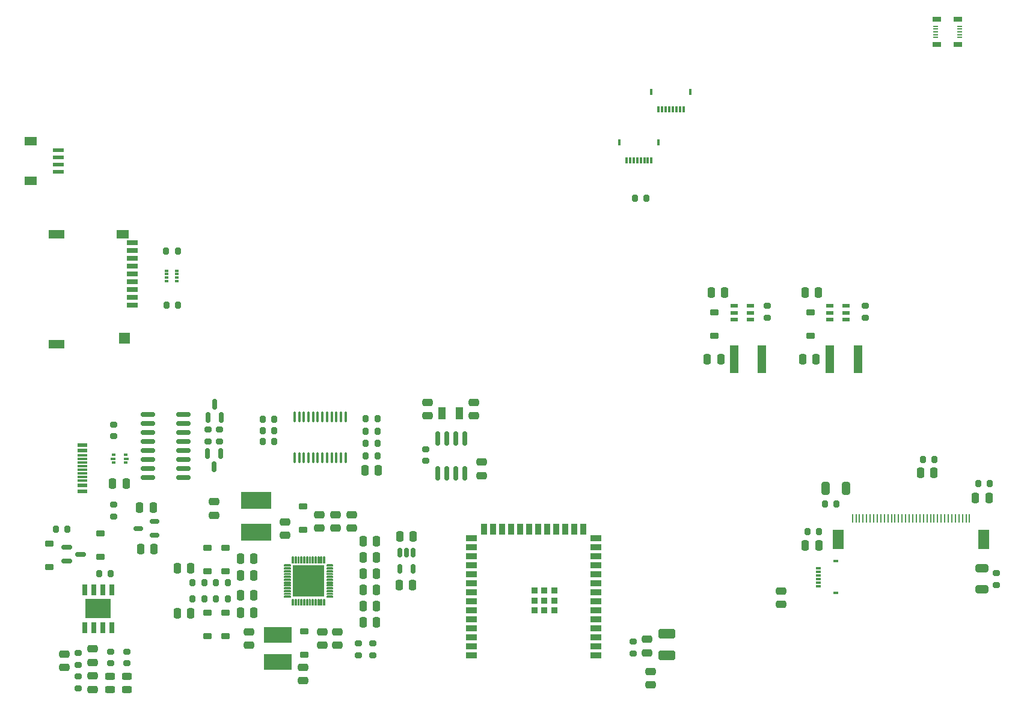
<source format=gtp>
G04 #@! TF.GenerationSoftware,KiCad,Pcbnew,7.0.9-7.0.9~ubuntu22.04.1*
G04 #@! TF.CreationDate,2024-04-13T14:40:37+02:00*
G04 #@! TF.ProjectId,v7-kaleido,76372d6b-616c-4656-9964-6f2e6b696361,1.1*
G04 #@! TF.SameCoordinates,Original*
G04 #@! TF.FileFunction,Paste,Top*
G04 #@! TF.FilePolarity,Positive*
%FSLAX46Y46*%
G04 Gerber Fmt 4.6, Leading zero omitted, Abs format (unit mm)*
G04 Created by KiCad (PCBNEW 7.0.9-7.0.9~ubuntu22.04.1) date 2024-04-13 14:40:37*
%MOMM*%
%LPD*%
G01*
G04 APERTURE LIST*
G04 Aperture macros list*
%AMRoundRect*
0 Rectangle with rounded corners*
0 $1 Rounding radius*
0 $2 $3 $4 $5 $6 $7 $8 $9 X,Y pos of 4 corners*
0 Add a 4 corners polygon primitive as box body*
4,1,4,$2,$3,$4,$5,$6,$7,$8,$9,$2,$3,0*
0 Add four circle primitives for the rounded corners*
1,1,$1+$1,$2,$3*
1,1,$1+$1,$4,$5*
1,1,$1+$1,$6,$7*
1,1,$1+$1,$8,$9*
0 Add four rect primitives between the rounded corners*
20,1,$1+$1,$2,$3,$4,$5,0*
20,1,$1+$1,$4,$5,$6,$7,0*
20,1,$1+$1,$6,$7,$8,$9,0*
20,1,$1+$1,$8,$9,$2,$3,0*%
G04 Aperture macros list end*
%ADD10C,0.152400*%
%ADD11RoundRect,0.200000X-0.200000X-0.275000X0.200000X-0.275000X0.200000X0.275000X-0.200000X0.275000X0*%
%ADD12RoundRect,0.150000X0.150000X-0.587500X0.150000X0.587500X-0.150000X0.587500X-0.150000X-0.587500X0*%
%ADD13RoundRect,0.200000X-0.275000X0.200000X-0.275000X-0.200000X0.275000X-0.200000X0.275000X0.200000X0*%
%ADD14RoundRect,0.200000X0.275000X-0.200000X0.275000X0.200000X-0.275000X0.200000X-0.275000X-0.200000X0*%
%ADD15RoundRect,0.150000X-0.150000X0.587500X-0.150000X-0.587500X0.150000X-0.587500X0.150000X0.587500X0*%
%ADD16RoundRect,0.250000X0.250000X0.475000X-0.250000X0.475000X-0.250000X-0.475000X0.250000X-0.475000X0*%
%ADD17RoundRect,0.250000X-0.475000X0.250000X-0.475000X-0.250000X0.475000X-0.250000X0.475000X0.250000X0*%
%ADD18RoundRect,0.243750X-0.456250X0.243750X-0.456250X-0.243750X0.456250X-0.243750X0.456250X0.243750X0*%
%ADD19RoundRect,0.250000X0.475000X-0.250000X0.475000X0.250000X-0.475000X0.250000X-0.475000X-0.250000X0*%
%ADD20RoundRect,0.250000X0.650000X-0.325000X0.650000X0.325000X-0.650000X0.325000X-0.650000X-0.325000X0*%
%ADD21RoundRect,0.250000X-0.250000X-0.475000X0.250000X-0.475000X0.250000X0.475000X-0.250000X0.475000X0*%
%ADD22RoundRect,0.250000X-0.325000X-0.650000X0.325000X-0.650000X0.325000X0.650000X-0.325000X0.650000X0*%
%ADD23RoundRect,0.200000X0.200000X0.275000X-0.200000X0.275000X-0.200000X-0.275000X0.200000X-0.275000X0*%
%ADD24RoundRect,0.100000X-0.100000X0.637500X-0.100000X-0.637500X0.100000X-0.637500X0.100000X0.637500X0*%
%ADD25RoundRect,0.250000X0.925000X-0.412500X0.925000X0.412500X-0.925000X0.412500X-0.925000X-0.412500X0*%
%ADD26R,3.900000X2.200000*%
%ADD27R,4.200000X2.400000*%
%ADD28R,0.850000X0.200000*%
%ADD29R,0.200000X0.850000*%
%ADD30R,4.399999X4.399999*%
%ADD31RoundRect,0.225000X-0.375000X0.225000X-0.375000X-0.225000X0.375000X-0.225000X0.375000X0.225000X0*%
%ADD32RoundRect,0.225000X0.375000X-0.225000X0.375000X0.225000X-0.375000X0.225000X-0.375000X-0.225000X0*%
%ADD33R,0.650000X1.500000*%
%ADD34R,3.600000X2.700000*%
%ADD35R,0.800000X0.230000*%
%ADD36R,1.200000X0.700000*%
%ADD37RoundRect,0.150000X0.512500X0.150000X-0.512500X0.150000X-0.512500X-0.150000X0.512500X-0.150000X0*%
%ADD38R,0.500000X0.375000*%
%ADD39R,0.650000X0.300000*%
%ADD40R,1.257300X4.013200*%
%ADD41R,1.600000X2.800000*%
%ADD42R,0.250000X1.300000*%
%ADD43RoundRect,0.150000X-0.587500X-0.150000X0.587500X-0.150000X0.587500X0.150000X-0.587500X0.150000X0*%
%ADD44R,1.070000X0.530000*%
%ADD45R,0.355600X0.838200*%
%ADD46R,0.406400X0.838200*%
%ADD47RoundRect,0.150000X-0.150000X0.825000X-0.150000X-0.825000X0.150000X-0.825000X0.150000X0.825000X0*%
%ADD48R,0.800000X0.300000*%
%ADD49R,0.800000X0.400000*%
%ADD50RoundRect,0.150000X-0.150000X0.512500X-0.150000X-0.512500X0.150000X-0.512500X0.150000X0.512500X0*%
%ADD51R,1.550000X0.600000*%
%ADD52R,1.800000X1.200000*%
%ADD53R,1.500000X0.900000*%
%ADD54R,0.900000X1.500000*%
%ADD55R,0.900000X0.900000*%
%ADD56R,0.609600X0.355600*%
%ADD57RoundRect,0.150000X-0.825000X-0.150000X0.825000X-0.150000X0.825000X0.150000X-0.825000X0.150000X0*%
%ADD58R,1.450000X0.600000*%
%ADD59R,1.450000X0.300000*%
%ADD60R,1.600000X0.700000*%
%ADD61R,1.500000X1.600000*%
%ADD62R,2.200000X1.200000*%
%ADD63R,1.000000X1.800000*%
G04 APERTURE END LIST*
D10*
X103495500Y-131846692D02*
X103495500Y-131696693D01*
X103495500Y-131696693D02*
X102695501Y-131696693D01*
X103495500Y-131446693D02*
X103495500Y-131296693D01*
X103495500Y-131296693D02*
X102695501Y-131296693D01*
X103495500Y-131046694D02*
X103495500Y-130896694D01*
X103495500Y-130896694D02*
X102695501Y-130896694D01*
X103495500Y-130646692D02*
X103495500Y-130496692D01*
X103495500Y-130496692D02*
X102695501Y-130496692D01*
X103495500Y-130246693D02*
X103495500Y-130096693D01*
X103495500Y-130096693D02*
X102695501Y-130096693D01*
X103495500Y-129846694D02*
X103495500Y-129696694D01*
X103495500Y-129696694D02*
X102695501Y-129696694D01*
X103495500Y-129446692D02*
X103495500Y-129296692D01*
X103495500Y-129296692D02*
X102695501Y-129296692D01*
X103495500Y-129046693D02*
X103495500Y-128896693D01*
X103495500Y-128896693D02*
X102695501Y-128896693D01*
X103495500Y-128646694D02*
X103495500Y-128496694D01*
X103495500Y-128496694D02*
X102695501Y-128496694D01*
X103495500Y-128246694D02*
X103495500Y-128096692D01*
X103495500Y-128096692D02*
X102695501Y-128096692D01*
X103495500Y-127846693D02*
X103495500Y-127696693D01*
X103495500Y-127696693D02*
X102695501Y-127696693D01*
X103495500Y-127446693D02*
X103495500Y-127296694D01*
X103495500Y-127296694D02*
X102695501Y-127296694D01*
X102695501Y-131846692D02*
X103495500Y-131846692D01*
X102695501Y-131696693D02*
X102695501Y-131846692D01*
X102695501Y-131446693D02*
X103495500Y-131446693D01*
X102695501Y-131296693D02*
X102695501Y-131446693D01*
X102695501Y-131046694D02*
X103495500Y-131046694D01*
X102695501Y-130896694D02*
X102695501Y-131046694D01*
X102695501Y-130646692D02*
X103495500Y-130646692D01*
X102695501Y-130496692D02*
X102695501Y-130646692D01*
X102695501Y-130246693D02*
X103495500Y-130246693D01*
X102695501Y-130096693D02*
X102695501Y-130246693D01*
X102695501Y-129846694D02*
X103495500Y-129846694D01*
X102695501Y-129696694D02*
X102695501Y-129846694D01*
X102695501Y-129446692D02*
X103495500Y-129446692D01*
X102695501Y-129296692D02*
X102695501Y-129446692D01*
X102695501Y-129046693D02*
X103495500Y-129046693D01*
X102695501Y-128896693D02*
X102695501Y-129046693D01*
X102695501Y-128646694D02*
X103495500Y-128646694D01*
X102695501Y-128496694D02*
X102695501Y-128646694D01*
X102695501Y-128246694D02*
X103495500Y-128246694D01*
X102695501Y-128096692D02*
X102695501Y-128246694D01*
X102695501Y-127846693D02*
X103495500Y-127846693D01*
X102695501Y-127696693D02*
X102695501Y-127846693D01*
X102695501Y-127446693D02*
X103495500Y-127446693D01*
X102695501Y-127296694D02*
X102695501Y-127446693D01*
X102395499Y-132946693D02*
X102395499Y-132146694D01*
X102395499Y-132146694D02*
X102245500Y-132146694D01*
X102395499Y-126996692D02*
X102395499Y-126196693D01*
X102395499Y-126196693D02*
X102245500Y-126196693D01*
X102245569Y-131696762D02*
X102245569Y-131246493D01*
X102245569Y-131246493D02*
X101936721Y-131246493D01*
X102245569Y-131046493D02*
X102245569Y-130459093D01*
X102245569Y-130459093D02*
X101936721Y-130459093D01*
X102245569Y-130259093D02*
X102245569Y-129671693D01*
X102245569Y-129671693D02*
X101936721Y-129671693D01*
X102245569Y-129471693D02*
X102245569Y-128884293D01*
X102245569Y-128884293D02*
X101936721Y-128884293D01*
X102245569Y-128684293D02*
X102245569Y-128096893D01*
X102245569Y-128096893D02*
X101936721Y-128096893D01*
X102245569Y-127896893D02*
X102245569Y-127446624D01*
X102245569Y-127446624D02*
X101795300Y-127446624D01*
X102245500Y-132946693D02*
X102395499Y-132946693D01*
X102245500Y-132146694D02*
X102245500Y-132946693D01*
X102245500Y-126996692D02*
X102395499Y-126996692D01*
X102245500Y-126196693D02*
X102245500Y-126996692D01*
X101995500Y-132946693D02*
X101995500Y-132146694D01*
X101995500Y-132146694D02*
X101845500Y-132146694D01*
X101995500Y-126996692D02*
X101995500Y-126196693D01*
X101995500Y-126196693D02*
X101845500Y-126196693D01*
X101936721Y-131246493D02*
X101936721Y-131246493D01*
X101936721Y-131246493D02*
X101795300Y-131387914D01*
X101936721Y-131046493D02*
X102245569Y-131046493D01*
X101936721Y-131046493D02*
X101936721Y-131046493D01*
X101936721Y-130459093D02*
X101936721Y-130459093D01*
X101936721Y-130459093D02*
X101795300Y-130600514D01*
X101936721Y-130259093D02*
X102245569Y-130259093D01*
X101936721Y-130259093D02*
X101936721Y-130259093D01*
X101936721Y-129671693D02*
X101936721Y-129671693D01*
X101936721Y-129671693D02*
X101795300Y-129813114D01*
X101936721Y-129471693D02*
X102245569Y-129471693D01*
X101936721Y-129471693D02*
X101936721Y-129471693D01*
X101936721Y-128884293D02*
X101936721Y-128884293D01*
X101936721Y-128884293D02*
X101795300Y-129025714D01*
X101936721Y-128684293D02*
X102245569Y-128684293D01*
X101936721Y-128684293D02*
X101936721Y-128684293D01*
X101936721Y-128096893D02*
X101936721Y-128096893D01*
X101936721Y-128096893D02*
X101795300Y-128238314D01*
X101936721Y-127896893D02*
X102245569Y-127896893D01*
X101936721Y-127896893D02*
X101936721Y-127896893D01*
X101845500Y-132946693D02*
X101995500Y-132946693D01*
X101845500Y-132146694D02*
X101845500Y-132946693D01*
X101845500Y-126996692D02*
X101995500Y-126996692D01*
X101845500Y-126196693D02*
X101845500Y-126996692D01*
X101795300Y-131696762D02*
X102245569Y-131696762D01*
X101795300Y-131387914D02*
X101795300Y-131696762D01*
X101795300Y-131387914D02*
X101795300Y-131387914D01*
X101795300Y-130905072D02*
X101936721Y-131046493D01*
X101795300Y-130905072D02*
X101795300Y-130905072D01*
X101795300Y-130600514D02*
X101795300Y-130905072D01*
X101795300Y-130600514D02*
X101795300Y-130600514D01*
X101795300Y-130117672D02*
X101936721Y-130259093D01*
X101795300Y-130117672D02*
X101795300Y-130117672D01*
X101795300Y-129813114D02*
X101795300Y-130117672D01*
X101795300Y-129813114D02*
X101795300Y-129813114D01*
X101795300Y-129330272D02*
X101936721Y-129471693D01*
X101795300Y-129330272D02*
X101795300Y-129330272D01*
X101795300Y-129025714D02*
X101795300Y-129330272D01*
X101795300Y-129025714D02*
X101795300Y-129025714D01*
X101795300Y-128542872D02*
X101936721Y-128684293D01*
X101795300Y-128542872D02*
X101795300Y-128542872D01*
X101795300Y-128238314D02*
X101795300Y-128542872D01*
X101795300Y-128238314D02*
X101795300Y-128238314D01*
X101795300Y-127755472D02*
X101936721Y-127896893D01*
X101795300Y-127755472D02*
X101795300Y-127755472D01*
X101795300Y-127446624D02*
X101795300Y-127755472D01*
X101595501Y-132946693D02*
X101595501Y-132146694D01*
X101595501Y-132146694D02*
X101445499Y-132146694D01*
X101595501Y-126996692D02*
X101595501Y-126196693D01*
X101595501Y-126196693D02*
X101445501Y-126196693D01*
X101595300Y-131696762D02*
X101595300Y-131387914D01*
X101595300Y-131387914D02*
X101595300Y-131387914D01*
X101595300Y-131387914D02*
X101453879Y-131246493D01*
X101595300Y-130905072D02*
X101595300Y-130905072D01*
X101595300Y-130905072D02*
X101595300Y-130600514D01*
X101595300Y-130600514D02*
X101595300Y-130600514D01*
X101595300Y-130600514D02*
X101453879Y-130459093D01*
X101595300Y-130117672D02*
X101595300Y-130117672D01*
X101595300Y-130117672D02*
X101595300Y-129813114D01*
X101595300Y-129813114D02*
X101595300Y-129813114D01*
X101595300Y-129813114D02*
X101453879Y-129671693D01*
X101595300Y-129330272D02*
X101595300Y-129330272D01*
X101595300Y-129330272D02*
X101595300Y-129025714D01*
X101595300Y-129025714D02*
X101595300Y-129025714D01*
X101595300Y-129025714D02*
X101453879Y-128884293D01*
X101595300Y-128542872D02*
X101595300Y-128542872D01*
X101595300Y-128542872D02*
X101595300Y-128238314D01*
X101595300Y-128238314D02*
X101595300Y-128238314D01*
X101595300Y-128238314D02*
X101453879Y-128096893D01*
X101595300Y-127755472D02*
X101595300Y-127755472D01*
X101595300Y-127755472D02*
X101595300Y-127446624D01*
X101595300Y-127446624D02*
X101007900Y-127446624D01*
X101453879Y-131246493D02*
X101453879Y-131246493D01*
X101453879Y-131246493D02*
X101149321Y-131246493D01*
X101453879Y-131046493D02*
X101595300Y-130905072D01*
X101453879Y-131046493D02*
X101453879Y-131046493D01*
X101453879Y-130459093D02*
X101453879Y-130459093D01*
X101453879Y-130459093D02*
X101149321Y-130459093D01*
X101453879Y-130259093D02*
X101595300Y-130117672D01*
X101453879Y-130259093D02*
X101453879Y-130259093D01*
X101453879Y-129671693D02*
X101453879Y-129671693D01*
X101453879Y-129671693D02*
X101149321Y-129671693D01*
X101453879Y-129471693D02*
X101595300Y-129330272D01*
X101453879Y-129471693D02*
X101453879Y-129471693D01*
X101453879Y-128884293D02*
X101453879Y-128884293D01*
X101453879Y-128884293D02*
X101149321Y-128884293D01*
X101453879Y-128684293D02*
X101595300Y-128542872D01*
X101453879Y-128684293D02*
X101453879Y-128684293D01*
X101453879Y-128096893D02*
X101453879Y-128096893D01*
X101453879Y-128096893D02*
X101149321Y-128096893D01*
X101453879Y-127896893D02*
X101595300Y-127755472D01*
X101453879Y-127896893D02*
X101453879Y-127896893D01*
X101445501Y-126996692D02*
X101595501Y-126996692D01*
X101445501Y-126196693D02*
X101445501Y-126996692D01*
X101445499Y-132946693D02*
X101595501Y-132946693D01*
X101445499Y-132146694D02*
X101445499Y-132946693D01*
X101195499Y-132946693D02*
X101195499Y-132146694D01*
X101195499Y-132146694D02*
X101045499Y-132146694D01*
X101195499Y-126996692D02*
X101195499Y-126196693D01*
X101195499Y-126196693D02*
X101045499Y-126196693D01*
X101149321Y-131246493D02*
X101149321Y-131246493D01*
X101149321Y-131246493D02*
X101007900Y-131387914D01*
X101149321Y-131046493D02*
X101453879Y-131046493D01*
X101149321Y-131046493D02*
X101149321Y-131046493D01*
X101149321Y-130459093D02*
X101149321Y-130459093D01*
X101149321Y-130459093D02*
X101007900Y-130600514D01*
X101149321Y-130259093D02*
X101453879Y-130259093D01*
X101149321Y-130259093D02*
X101149321Y-130259093D01*
X101149321Y-129671693D02*
X101149321Y-129671693D01*
X101149321Y-129671693D02*
X101007900Y-129813114D01*
X101149321Y-129471693D02*
X101453879Y-129471693D01*
X101149321Y-129471693D02*
X101149321Y-129471693D01*
X101149321Y-128884293D02*
X101149321Y-128884293D01*
X101149321Y-128884293D02*
X101007900Y-129025714D01*
X101149321Y-128684293D02*
X101453879Y-128684293D01*
X101149321Y-128684293D02*
X101149321Y-128684293D01*
X101149321Y-128096893D02*
X101149321Y-128096893D01*
X101149321Y-128096893D02*
X101007900Y-128238314D01*
X101149321Y-127896893D02*
X101453879Y-127896893D01*
X101149321Y-127896893D02*
X101149321Y-127896893D01*
X101045499Y-132946693D02*
X101195499Y-132946693D01*
X101045499Y-132146694D02*
X101045499Y-132946693D01*
X101045499Y-126996692D02*
X101195499Y-126996692D01*
X101045499Y-126196693D02*
X101045499Y-126996692D01*
X101007900Y-131696762D02*
X101595300Y-131696762D01*
X101007900Y-131387914D02*
X101007900Y-131696762D01*
X101007900Y-131387914D02*
X101007900Y-131387914D01*
X101007900Y-130905072D02*
X101149321Y-131046493D01*
X101007900Y-130905072D02*
X101007900Y-130905072D01*
X101007900Y-130600514D02*
X101007900Y-130905072D01*
X101007900Y-130600514D02*
X101007900Y-130600514D01*
X101007900Y-130117672D02*
X101149321Y-130259093D01*
X101007900Y-130117672D02*
X101007900Y-130117672D01*
X101007900Y-129813114D02*
X101007900Y-130117672D01*
X101007900Y-129813114D02*
X101007900Y-129813114D01*
X101007900Y-129330272D02*
X101149321Y-129471693D01*
X101007900Y-129330272D02*
X101007900Y-129330272D01*
X101007900Y-129025714D02*
X101007900Y-129330272D01*
X101007900Y-129025714D02*
X101007900Y-129025714D01*
X101007900Y-128542872D02*
X101149321Y-128684293D01*
X101007900Y-128542872D02*
X101007900Y-128542872D01*
X101007900Y-128238314D02*
X101007900Y-128542872D01*
X101007900Y-128238314D02*
X101007900Y-128238314D01*
X101007900Y-127755472D02*
X101149321Y-127896893D01*
X101007900Y-127755472D02*
X101007900Y-127755472D01*
X101007900Y-127446624D02*
X101007900Y-127755472D01*
X100807900Y-131696762D02*
X100807900Y-131387914D01*
X100807900Y-131387914D02*
X100807900Y-131387914D01*
X100807900Y-131387914D02*
X100666479Y-131246493D01*
X100807900Y-130905072D02*
X100807900Y-130905072D01*
X100807900Y-130905072D02*
X100807900Y-130600514D01*
X100807900Y-130600514D02*
X100807900Y-130600514D01*
X100807900Y-130600514D02*
X100666479Y-130459093D01*
X100807900Y-130117672D02*
X100807900Y-130117672D01*
X100807900Y-130117672D02*
X100807900Y-129813114D01*
X100807900Y-129813114D02*
X100807900Y-129813114D01*
X100807900Y-129813114D02*
X100666479Y-129671693D01*
X100807900Y-129330272D02*
X100807900Y-129330272D01*
X100807900Y-129330272D02*
X100807900Y-129025714D01*
X100807900Y-129025714D02*
X100807900Y-129025714D01*
X100807900Y-129025714D02*
X100666479Y-128884293D01*
X100807900Y-128542872D02*
X100807900Y-128542872D01*
X100807900Y-128542872D02*
X100807900Y-128238314D01*
X100807900Y-128238314D02*
X100807900Y-128238314D01*
X100807900Y-128238314D02*
X100666479Y-128096893D01*
X100807900Y-127755472D02*
X100807900Y-127755472D01*
X100807900Y-127755472D02*
X100807900Y-127446624D01*
X100807900Y-127446624D02*
X100220500Y-127446624D01*
X100795500Y-132946693D02*
X100795500Y-132146694D01*
X100795500Y-132146694D02*
X100645500Y-132146694D01*
X100795500Y-126996692D02*
X100795500Y-126196693D01*
X100795500Y-126196693D02*
X100645500Y-126196693D01*
X100666479Y-131246493D02*
X100666479Y-131246493D01*
X100666479Y-131246493D02*
X100361921Y-131246493D01*
X100666479Y-131046493D02*
X100807900Y-130905072D01*
X100666479Y-131046493D02*
X100666479Y-131046493D01*
X100666479Y-130459093D02*
X100666479Y-130459093D01*
X100666479Y-130459093D02*
X100361921Y-130459093D01*
X100666479Y-130259093D02*
X100807900Y-130117672D01*
X100666479Y-130259093D02*
X100666479Y-130259093D01*
X100666479Y-129671693D02*
X100666479Y-129671693D01*
X100666479Y-129671693D02*
X100361921Y-129671693D01*
X100666479Y-129471693D02*
X100807900Y-129330272D01*
X100666479Y-129471693D02*
X100666479Y-129471693D01*
X100666479Y-128884293D02*
X100666479Y-128884293D01*
X100666479Y-128884293D02*
X100361921Y-128884293D01*
X100666479Y-128684293D02*
X100807900Y-128542872D01*
X100666479Y-128684293D02*
X100666479Y-128684293D01*
X100666479Y-128096893D02*
X100666479Y-128096893D01*
X100666479Y-128096893D02*
X100361921Y-128096893D01*
X100666479Y-127896893D02*
X100807900Y-127755472D01*
X100666479Y-127896893D02*
X100666479Y-127896893D01*
X100645500Y-132946693D02*
X100795500Y-132946693D01*
X100645500Y-132146694D02*
X100645500Y-132946693D01*
X100645500Y-126996692D02*
X100795500Y-126996692D01*
X100645500Y-126196693D02*
X100645500Y-126996692D01*
X100395501Y-132946693D02*
X100395501Y-132146694D01*
X100395501Y-132146694D02*
X100245501Y-132146694D01*
X100395501Y-126996692D02*
X100395501Y-126196693D01*
X100395501Y-126196693D02*
X100245501Y-126196693D01*
X100361921Y-131246493D02*
X100361921Y-131246493D01*
X100361921Y-131246493D02*
X100220500Y-131387914D01*
X100361921Y-131046493D02*
X100666479Y-131046493D01*
X100361921Y-131046493D02*
X100361921Y-131046493D01*
X100361921Y-130459093D02*
X100361921Y-130459093D01*
X100361921Y-130459093D02*
X100220500Y-130600514D01*
X100361921Y-130259093D02*
X100666479Y-130259093D01*
X100361921Y-130259093D02*
X100361921Y-130259093D01*
X100361921Y-129671693D02*
X100361921Y-129671693D01*
X100361921Y-129671693D02*
X100220500Y-129813114D01*
X100361921Y-129471693D02*
X100666479Y-129471693D01*
X100361921Y-129471693D02*
X100361921Y-129471693D01*
X100361921Y-128884293D02*
X100361921Y-128884293D01*
X100361921Y-128884293D02*
X100220500Y-129025714D01*
X100361921Y-128684293D02*
X100666479Y-128684293D01*
X100361921Y-128684293D02*
X100361921Y-128684293D01*
X100361921Y-128096893D02*
X100361921Y-128096893D01*
X100361921Y-128096893D02*
X100220500Y-128238314D01*
X100361921Y-127896893D02*
X100666479Y-127896893D01*
X100361921Y-127896893D02*
X100361921Y-127896893D01*
X100245501Y-132946693D02*
X100395501Y-132946693D01*
X100245501Y-132146694D02*
X100245501Y-132946693D01*
X100245501Y-126996692D02*
X100395501Y-126996692D01*
X100245501Y-126196693D02*
X100245501Y-126996692D01*
X100220500Y-131696762D02*
X100807900Y-131696762D01*
X100220500Y-131387914D02*
X100220500Y-131696762D01*
X100220500Y-131387914D02*
X100220500Y-131387914D01*
X100220500Y-130905072D02*
X100361921Y-131046493D01*
X100220500Y-130905072D02*
X100220500Y-130905072D01*
X100220500Y-130600514D02*
X100220500Y-130905072D01*
X100220500Y-130600514D02*
X100220500Y-130600514D01*
X100220500Y-130117672D02*
X100361921Y-130259093D01*
X100220500Y-130117672D02*
X100220500Y-130117672D01*
X100220500Y-129813114D02*
X100220500Y-130117672D01*
X100220500Y-129813114D02*
X100220500Y-129813114D01*
X100220500Y-129330272D02*
X100361921Y-129471693D01*
X100220500Y-129330272D02*
X100220500Y-129330272D01*
X100220500Y-129025714D02*
X100220500Y-129330272D01*
X100220500Y-129025714D02*
X100220500Y-129025714D01*
X100220500Y-128542872D02*
X100361921Y-128684293D01*
X100220500Y-128542872D02*
X100220500Y-128542872D01*
X100220500Y-128238314D02*
X100220500Y-128542872D01*
X100220500Y-128238314D02*
X100220500Y-128238314D01*
X100220500Y-127755472D02*
X100361921Y-127896893D01*
X100220500Y-127755472D02*
X100220500Y-127755472D01*
X100220500Y-127446624D02*
X100220500Y-127755472D01*
X100020500Y-131696762D02*
X100020500Y-131387914D01*
X100020500Y-131387914D02*
X100020500Y-131387914D01*
X100020500Y-131387914D02*
X99879079Y-131246493D01*
X100020500Y-130905072D02*
X100020500Y-130905072D01*
X100020500Y-130905072D02*
X100020500Y-130600514D01*
X100020500Y-130600514D02*
X100020500Y-130600514D01*
X100020500Y-130600514D02*
X99879079Y-130459093D01*
X100020500Y-130117672D02*
X100020500Y-130117672D01*
X100020500Y-130117672D02*
X100020500Y-129813114D01*
X100020500Y-129813114D02*
X100020500Y-129813114D01*
X100020500Y-129813114D02*
X99879079Y-129671693D01*
X100020500Y-129330272D02*
X100020500Y-129330272D01*
X100020500Y-129330272D02*
X100020500Y-129025714D01*
X100020500Y-129025714D02*
X100020500Y-129025714D01*
X100020500Y-129025714D02*
X99879079Y-128884293D01*
X100020500Y-128542872D02*
X100020500Y-128542872D01*
X100020500Y-128542872D02*
X100020500Y-128238314D01*
X100020500Y-128238314D02*
X100020500Y-128238314D01*
X100020500Y-128238314D02*
X99879079Y-128096893D01*
X100020500Y-127755472D02*
X100020500Y-127755472D01*
X100020500Y-127755472D02*
X100020500Y-127446624D01*
X100020500Y-127446624D02*
X99433100Y-127446624D01*
X99995499Y-132946693D02*
X99995499Y-132146694D01*
X99995499Y-132146694D02*
X99845499Y-132146694D01*
X99995499Y-126996692D02*
X99995499Y-126196693D01*
X99995499Y-126196693D02*
X99845499Y-126196693D01*
X99879079Y-131246493D02*
X99879079Y-131246493D01*
X99879079Y-131246493D02*
X99574521Y-131246493D01*
X99879079Y-131046493D02*
X100020500Y-130905072D01*
X99879079Y-131046493D02*
X99879079Y-131046493D01*
X99879079Y-130459093D02*
X99879079Y-130459093D01*
X99879079Y-130459093D02*
X99574521Y-130459093D01*
X99879079Y-130259093D02*
X100020500Y-130117672D01*
X99879079Y-130259093D02*
X99879079Y-130259093D01*
X99879079Y-129671693D02*
X99879079Y-129671693D01*
X99879079Y-129671693D02*
X99574521Y-129671693D01*
X99879079Y-129471693D02*
X100020500Y-129330272D01*
X99879079Y-129471693D02*
X99879079Y-129471693D01*
X99879079Y-128884293D02*
X99879079Y-128884293D01*
X99879079Y-128884293D02*
X99574521Y-128884293D01*
X99879079Y-128684293D02*
X100020500Y-128542872D01*
X99879079Y-128684293D02*
X99879079Y-128684293D01*
X99879079Y-128096893D02*
X99879079Y-128096893D01*
X99879079Y-128096893D02*
X99574521Y-128096893D01*
X99879079Y-127896893D02*
X100020500Y-127755472D01*
X99879079Y-127896893D02*
X99879079Y-127896893D01*
X99845499Y-132946693D02*
X99995499Y-132946693D01*
X99845499Y-132146694D02*
X99845499Y-132946693D01*
X99845499Y-126996692D02*
X99995499Y-126996692D01*
X99845499Y-126196693D02*
X99845499Y-126996692D01*
X99595500Y-132946693D02*
X99595500Y-132146694D01*
X99595500Y-132146694D02*
X99445500Y-132146694D01*
X99595500Y-126996692D02*
X99595500Y-126196693D01*
X99595500Y-126196693D02*
X99445500Y-126196693D01*
X99574521Y-131246493D02*
X99574521Y-131246493D01*
X99574521Y-131246493D02*
X99433100Y-131387914D01*
X99574521Y-131046493D02*
X99879079Y-131046493D01*
X99574521Y-131046493D02*
X99574521Y-131046493D01*
X99574521Y-130459093D02*
X99574521Y-130459093D01*
X99574521Y-130459093D02*
X99433100Y-130600514D01*
X99574521Y-130259093D02*
X99879079Y-130259093D01*
X99574521Y-130259093D02*
X99574521Y-130259093D01*
X99574521Y-129671693D02*
X99574521Y-129671693D01*
X99574521Y-129671693D02*
X99433100Y-129813114D01*
X99574521Y-129471693D02*
X99879079Y-129471693D01*
X99574521Y-129471693D02*
X99574521Y-129471693D01*
X99574521Y-128884293D02*
X99574521Y-128884293D01*
X99574521Y-128884293D02*
X99433100Y-129025714D01*
X99574521Y-128684293D02*
X99879079Y-128684293D01*
X99574521Y-128684293D02*
X99574521Y-128684293D01*
X99574521Y-128096893D02*
X99574521Y-128096893D01*
X99574521Y-128096893D02*
X99433100Y-128238314D01*
X99574521Y-127896893D02*
X99879079Y-127896893D01*
X99574521Y-127896893D02*
X99574521Y-127896893D01*
X99445500Y-132946693D02*
X99595500Y-132946693D01*
X99445500Y-132146694D02*
X99445500Y-132946693D01*
X99445500Y-126996692D02*
X99595500Y-126996692D01*
X99445500Y-126196693D02*
X99445500Y-126996692D01*
X99433100Y-131696762D02*
X100020500Y-131696762D01*
X99433100Y-131387914D02*
X99433100Y-131696762D01*
X99433100Y-131387914D02*
X99433100Y-131387914D01*
X99433100Y-130905072D02*
X99574521Y-131046493D01*
X99433100Y-130905072D02*
X99433100Y-130905072D01*
X99433100Y-130600514D02*
X99433100Y-130905072D01*
X99433100Y-130600514D02*
X99433100Y-130600514D01*
X99433100Y-130117672D02*
X99574521Y-130259093D01*
X99433100Y-130117672D02*
X99433100Y-130117672D01*
X99433100Y-129813114D02*
X99433100Y-130117672D01*
X99433100Y-129813114D02*
X99433100Y-129813114D01*
X99433100Y-129330272D02*
X99574521Y-129471693D01*
X99433100Y-129330272D02*
X99433100Y-129330272D01*
X99433100Y-129025714D02*
X99433100Y-129330272D01*
X99433100Y-129025714D02*
X99433100Y-129025714D01*
X99433100Y-128542872D02*
X99574521Y-128684293D01*
X99433100Y-128542872D02*
X99433100Y-128542872D01*
X99433100Y-128238314D02*
X99433100Y-128542872D01*
X99433100Y-128238314D02*
X99433100Y-128238314D01*
X99433100Y-127755472D02*
X99574521Y-127896893D01*
X99433100Y-127755472D02*
X99433100Y-127755472D01*
X99433100Y-127446624D02*
X99433100Y-127755472D01*
X99233100Y-131696762D02*
X99233100Y-131387914D01*
X99233100Y-131387914D02*
X99233100Y-131387914D01*
X99233100Y-131387914D02*
X99091679Y-131246493D01*
X99233100Y-130905072D02*
X99233100Y-130905072D01*
X99233100Y-130905072D02*
X99233100Y-130600514D01*
X99233100Y-130600514D02*
X99233100Y-130600514D01*
X99233100Y-130600514D02*
X99091679Y-130459093D01*
X99233100Y-130117672D02*
X99233100Y-130117672D01*
X99233100Y-130117672D02*
X99233100Y-129813114D01*
X99233100Y-129813114D02*
X99233100Y-129813114D01*
X99233100Y-129813114D02*
X99091679Y-129671693D01*
X99233100Y-129330272D02*
X99233100Y-129330272D01*
X99233100Y-129330272D02*
X99233100Y-129025714D01*
X99233100Y-129025714D02*
X99233100Y-129025714D01*
X99233100Y-129025714D02*
X99091679Y-128884293D01*
X99233100Y-128542872D02*
X99233100Y-128542872D01*
X99233100Y-128542872D02*
X99233100Y-128238314D01*
X99233100Y-128238314D02*
X99233100Y-128238314D01*
X99233100Y-128238314D02*
X99091679Y-128096893D01*
X99233100Y-127755472D02*
X99233100Y-127755472D01*
X99233100Y-127755472D02*
X99233100Y-127446624D01*
X99233100Y-127446624D02*
X98645700Y-127446624D01*
X99195501Y-132946693D02*
X99195501Y-132146694D01*
X99195501Y-132146694D02*
X99045501Y-132146694D01*
X99195501Y-126996692D02*
X99195501Y-126196693D01*
X99195501Y-126196693D02*
X99045501Y-126196693D01*
X99091679Y-131246493D02*
X99091679Y-131246493D01*
X99091679Y-131246493D02*
X98787121Y-131246493D01*
X99091679Y-131046493D02*
X99233100Y-130905072D01*
X99091679Y-131046493D02*
X99091679Y-131046493D01*
X99091679Y-130459093D02*
X99091679Y-130459093D01*
X99091679Y-130459093D02*
X98787121Y-130459093D01*
X99091679Y-130259093D02*
X99233100Y-130117672D01*
X99091679Y-130259093D02*
X99091679Y-130259093D01*
X99091679Y-129671693D02*
X99091679Y-129671693D01*
X99091679Y-129671693D02*
X98787121Y-129671693D01*
X99091679Y-129471693D02*
X99233100Y-129330272D01*
X99091679Y-129471693D02*
X99091679Y-129471693D01*
X99091679Y-128884293D02*
X99091679Y-128884293D01*
X99091679Y-128884293D02*
X98787121Y-128884293D01*
X99091679Y-128684293D02*
X99233100Y-128542872D01*
X99091679Y-128684293D02*
X99091679Y-128684293D01*
X99091679Y-128096893D02*
X99091679Y-128096893D01*
X99091679Y-128096893D02*
X98787121Y-128096893D01*
X99091679Y-127896893D02*
X99233100Y-127755472D01*
X99091679Y-127896893D02*
X99091679Y-127896893D01*
X99045501Y-132946693D02*
X99195501Y-132946693D01*
X99045501Y-132146694D02*
X99045501Y-132946693D01*
X99045501Y-126996692D02*
X99195501Y-126996692D01*
X99045501Y-126196693D02*
X99045501Y-126996692D01*
X98795501Y-126996692D02*
X98795501Y-126196693D01*
X98795501Y-126196693D02*
X98645499Y-126196693D01*
X98795499Y-132946693D02*
X98795499Y-132146694D01*
X98795499Y-132146694D02*
X98645499Y-132146694D01*
X98787121Y-131246493D02*
X98787121Y-131246493D01*
X98787121Y-131246493D02*
X98645700Y-131387914D01*
X98787121Y-131046493D02*
X99091679Y-131046493D01*
X98787121Y-131046493D02*
X98787121Y-131046493D01*
X98787121Y-130459093D02*
X98787121Y-130459093D01*
X98787121Y-130459093D02*
X98645700Y-130600514D01*
X98787121Y-130259093D02*
X99091679Y-130259093D01*
X98787121Y-130259093D02*
X98787121Y-130259093D01*
X98787121Y-129671693D02*
X98787121Y-129671693D01*
X98787121Y-129671693D02*
X98645700Y-129813114D01*
X98787121Y-129471693D02*
X99091679Y-129471693D01*
X98787121Y-129471693D02*
X98787121Y-129471693D01*
X98787121Y-128884293D02*
X98787121Y-128884293D01*
X98787121Y-128884293D02*
X98645700Y-129025714D01*
X98787121Y-128684293D02*
X99091679Y-128684293D01*
X98787121Y-128684293D02*
X98787121Y-128684293D01*
X98787121Y-128096893D02*
X98787121Y-128096893D01*
X98787121Y-128096893D02*
X98645700Y-128238314D01*
X98787121Y-127896893D02*
X99091679Y-127896893D01*
X98787121Y-127896893D02*
X98787121Y-127896893D01*
X98645700Y-131696762D02*
X99233100Y-131696762D01*
X98645700Y-131387914D02*
X98645700Y-131696762D01*
X98645700Y-131387914D02*
X98645700Y-131387914D01*
X98645700Y-130905072D02*
X98787121Y-131046493D01*
X98645700Y-130905072D02*
X98645700Y-130905072D01*
X98645700Y-130600514D02*
X98645700Y-130905072D01*
X98645700Y-130600514D02*
X98645700Y-130600514D01*
X98645700Y-130117672D02*
X98787121Y-130259093D01*
X98645700Y-130117672D02*
X98645700Y-130117672D01*
X98645700Y-129813114D02*
X98645700Y-130117672D01*
X98645700Y-129813114D02*
X98645700Y-129813114D01*
X98645700Y-129330272D02*
X98787121Y-129471693D01*
X98645700Y-129330272D02*
X98645700Y-129330272D01*
X98645700Y-129025714D02*
X98645700Y-129330272D01*
X98645700Y-129025714D02*
X98645700Y-129025714D01*
X98645700Y-128542872D02*
X98787121Y-128684293D01*
X98645700Y-128542872D02*
X98645700Y-128542872D01*
X98645700Y-128238314D02*
X98645700Y-128542872D01*
X98645700Y-128238314D02*
X98645700Y-128238314D01*
X98645700Y-127755472D02*
X98787121Y-127896893D01*
X98645700Y-127755472D02*
X98645700Y-127755472D01*
X98645700Y-127446624D02*
X98645700Y-127755472D01*
X98645499Y-132946693D02*
X98795499Y-132946693D01*
X98645499Y-132146694D02*
X98645499Y-132946693D01*
X98645499Y-126996692D02*
X98795501Y-126996692D01*
X98645499Y-126196693D02*
X98645499Y-126996692D01*
X98445700Y-131696762D02*
X98445700Y-131387914D01*
X98445700Y-131387914D02*
X98445700Y-131387914D01*
X98445700Y-131387914D02*
X98304279Y-131246493D01*
X98445700Y-130905072D02*
X98445700Y-130905072D01*
X98445700Y-130905072D02*
X98445700Y-130600514D01*
X98445700Y-130600514D02*
X98445700Y-130600514D01*
X98445700Y-130600514D02*
X98304279Y-130459093D01*
X98445700Y-130117672D02*
X98445700Y-130117672D01*
X98445700Y-130117672D02*
X98445700Y-129813114D01*
X98445700Y-129813114D02*
X98445700Y-129813114D01*
X98445700Y-129813114D02*
X98304279Y-129671693D01*
X98445700Y-129330272D02*
X98445700Y-129330272D01*
X98445700Y-129330272D02*
X98445700Y-129025714D01*
X98445700Y-129025714D02*
X98445700Y-129025714D01*
X98445700Y-129025714D02*
X98304279Y-128884293D01*
X98445700Y-128542872D02*
X98445700Y-128542872D01*
X98445700Y-128542872D02*
X98445700Y-128238314D01*
X98445700Y-128238314D02*
X98445700Y-128238314D01*
X98445700Y-128238314D02*
X98304279Y-128096893D01*
X98445700Y-127755472D02*
X98445700Y-127755472D01*
X98445700Y-127755472D02*
X98445700Y-127446624D01*
X98445700Y-127446624D02*
X97995431Y-127446624D01*
X98395500Y-132946693D02*
X98395500Y-132146694D01*
X98395500Y-132146694D02*
X98245500Y-132146694D01*
X98395500Y-126996692D02*
X98395500Y-126196693D01*
X98395500Y-126196693D02*
X98245500Y-126196693D01*
X98304279Y-131246493D02*
X98304279Y-131246493D01*
X98304279Y-131246493D02*
X97995431Y-131246493D01*
X98304279Y-131046493D02*
X98445700Y-130905072D01*
X98304279Y-131046493D02*
X98304279Y-131046493D01*
X98304279Y-130459093D02*
X98304279Y-130459093D01*
X98304279Y-130459093D02*
X97995431Y-130459093D01*
X98304279Y-130259093D02*
X98445700Y-130117672D01*
X98304279Y-130259093D02*
X98304279Y-130259093D01*
X98304279Y-129671693D02*
X98304279Y-129671693D01*
X98304279Y-129671693D02*
X97995431Y-129671693D01*
X98304279Y-129471693D02*
X98445700Y-129330272D01*
X98304279Y-129471693D02*
X98304279Y-129471693D01*
X98304279Y-128884293D02*
X98304279Y-128884293D01*
X98304279Y-128884293D02*
X97995431Y-128884293D01*
X98304279Y-128684293D02*
X98445700Y-128542872D01*
X98304279Y-128684293D02*
X98304279Y-128684293D01*
X98304279Y-128096893D02*
X98304279Y-128096893D01*
X98304279Y-128096893D02*
X97995431Y-128096893D01*
X98304279Y-127896893D02*
X98445700Y-127755472D01*
X98304279Y-127896893D02*
X98304279Y-127896893D01*
X98245500Y-132946693D02*
X98395500Y-132946693D01*
X98245500Y-132146694D02*
X98245500Y-132946693D01*
X98245500Y-126996692D02*
X98395500Y-126996692D01*
X98245500Y-126196693D02*
X98245500Y-126996692D01*
X97995500Y-132946693D02*
X97995500Y-132146694D01*
X97995500Y-132146694D02*
X97845501Y-132146694D01*
X97995500Y-126996692D02*
X97995500Y-126196693D01*
X97995500Y-126196693D02*
X97845501Y-126196693D01*
X97995431Y-131696762D02*
X98445700Y-131696762D01*
X97995431Y-131246493D02*
X97995431Y-131696762D01*
X97995431Y-131046493D02*
X98304279Y-131046493D01*
X97995431Y-130459093D02*
X97995431Y-131046493D01*
X97995431Y-130259093D02*
X98304279Y-130259093D01*
X97995431Y-129671693D02*
X97995431Y-130259093D01*
X97995431Y-129471693D02*
X98304279Y-129471693D01*
X97995431Y-128884293D02*
X97995431Y-129471693D01*
X97995431Y-128684293D02*
X98304279Y-128684293D01*
X97995431Y-128096893D02*
X97995431Y-128684293D01*
X97995431Y-127896893D02*
X98304279Y-127896893D01*
X97995431Y-127446624D02*
X97995431Y-127896893D01*
X97845501Y-132946693D02*
X97995500Y-132946693D01*
X97845501Y-132146694D02*
X97845501Y-132946693D01*
X97845501Y-126996692D02*
X97995500Y-126996692D01*
X97845501Y-126196693D02*
X97845501Y-126996692D01*
X97545499Y-131846692D02*
X97545499Y-131696693D01*
X97545499Y-131696693D02*
X96745500Y-131696693D01*
X97545499Y-131446693D02*
X97545499Y-131296693D01*
X97545499Y-131296693D02*
X96745500Y-131296693D01*
X97545499Y-131046694D02*
X97545499Y-130896692D01*
X97545499Y-130896692D02*
X96745500Y-130896692D01*
X97545499Y-130646692D02*
X97545499Y-130496692D01*
X97545499Y-130496692D02*
X96745500Y-130496692D01*
X97545499Y-130246693D02*
X97545499Y-130096693D01*
X97545499Y-130096693D02*
X96745500Y-130096693D01*
X97545499Y-129846694D02*
X97545499Y-129696694D01*
X97545499Y-129696694D02*
X96745500Y-129696694D01*
X97545499Y-129446692D02*
X97545499Y-129296692D01*
X97545499Y-129296692D02*
X96745500Y-129296692D01*
X97545499Y-129046693D02*
X97545499Y-128896693D01*
X97545499Y-128896693D02*
X96745500Y-128896693D01*
X97545499Y-128646694D02*
X97545499Y-128496694D01*
X97545499Y-128496694D02*
X96745500Y-128496694D01*
X97545499Y-128246692D02*
X97545499Y-128096692D01*
X97545499Y-128096692D02*
X96745500Y-128096692D01*
X97545499Y-127846693D02*
X97545499Y-127696693D01*
X97545499Y-127696693D02*
X96745500Y-127696693D01*
X97545499Y-127446693D02*
X97545499Y-127296694D01*
X97545499Y-127296694D02*
X96745500Y-127296694D01*
X96745500Y-131846692D02*
X97545499Y-131846692D01*
X96745500Y-131696693D02*
X96745500Y-131846692D01*
X96745500Y-131446693D02*
X97545499Y-131446693D01*
X96745500Y-131296693D02*
X96745500Y-131446693D01*
X96745500Y-131046694D02*
X97545499Y-131046694D01*
X96745500Y-130896692D02*
X96745500Y-131046694D01*
X96745500Y-130646692D02*
X97545499Y-130646692D01*
X96745500Y-130496692D02*
X96745500Y-130646692D01*
X96745500Y-130246693D02*
X97545499Y-130246693D01*
X96745500Y-130096693D02*
X96745500Y-130246693D01*
X96745500Y-129846694D02*
X97545499Y-129846694D01*
X96745500Y-129696694D02*
X96745500Y-129846694D01*
X96745500Y-129446692D02*
X97545499Y-129446692D01*
X96745500Y-129296692D02*
X96745500Y-129446692D01*
X96745500Y-129046693D02*
X97545499Y-129046693D01*
X96745500Y-128896693D02*
X96745500Y-129046693D01*
X96745500Y-128646694D02*
X97545499Y-128646694D01*
X96745500Y-128496694D02*
X96745500Y-128646694D01*
X96745500Y-128246692D02*
X97545499Y-128246692D01*
X96745500Y-128096692D02*
X96745500Y-128246692D01*
X96745500Y-127846693D02*
X97545499Y-127846693D01*
X96745500Y-127696693D02*
X96745500Y-127846693D01*
X96745500Y-127446693D02*
X97545499Y-127446693D01*
X96745500Y-127296694D02*
X96745500Y-127446693D01*
D11*
X108171500Y-108443693D03*
X109821500Y-108443693D03*
D12*
X85946500Y-106506193D03*
X87846500Y-106506193D03*
X86896500Y-104631193D03*
D13*
X85996500Y-108243693D03*
X85996500Y-109893693D03*
D14*
X87596500Y-109893693D03*
X87596500Y-108243693D03*
D15*
X87746500Y-111606193D03*
X85846500Y-111606193D03*
X86796500Y-113481193D03*
D16*
X114796500Y-130143693D03*
X112896500Y-130143693D03*
D17*
X69696500Y-139143693D03*
X69696500Y-141043693D03*
D18*
X74554500Y-143005693D03*
X74554500Y-144880693D03*
D13*
X72246500Y-139518693D03*
X72246500Y-141168693D03*
X74554500Y-139518693D03*
X74554500Y-141168693D03*
D18*
X72141500Y-143005693D03*
X72141500Y-144880693D03*
D19*
X148296500Y-144193693D03*
X148296500Y-142293693D03*
X69696500Y-144843693D03*
X69696500Y-142943693D03*
D16*
X109706500Y-135413693D03*
X107806500Y-135413693D03*
D19*
X166690000Y-132880000D03*
X166690000Y-130980000D03*
D20*
X194955000Y-130750000D03*
X194955000Y-127800000D03*
D21*
X170062000Y-124520000D03*
X171962000Y-124520000D03*
D22*
X172890000Y-116490000D03*
X175840000Y-116490000D03*
D21*
X194030000Y-117880000D03*
X195930000Y-117880000D03*
D23*
X95321500Y-106743693D03*
X93671500Y-106743693D03*
D14*
X107177700Y-140015293D03*
X107177700Y-138365293D03*
X196955000Y-130100000D03*
X196955000Y-128450000D03*
D11*
X170365000Y-122590000D03*
X172015000Y-122590000D03*
X172840000Y-118690000D03*
X174490000Y-118690000D03*
X194405000Y-115848000D03*
X196055000Y-115848000D03*
D13*
X109209700Y-138365293D03*
X109209700Y-140015293D03*
D24*
X105321500Y-106443693D03*
X104671500Y-106443693D03*
X104021500Y-106443693D03*
X103371500Y-106443693D03*
X102721500Y-106443693D03*
X102071500Y-106443693D03*
X101421500Y-106443693D03*
X100771500Y-106443693D03*
X100121500Y-106443693D03*
X99471500Y-106443693D03*
X98821500Y-106443693D03*
X98171500Y-106443693D03*
X98171500Y-112168693D03*
X98821500Y-112168693D03*
X99471500Y-112168693D03*
X100121500Y-112168693D03*
X100771500Y-112168693D03*
X101421500Y-112168693D03*
X102071500Y-112168693D03*
X102721500Y-112168693D03*
X103371500Y-112168693D03*
X104021500Y-112168693D03*
X104671500Y-112168693D03*
X105321500Y-112168693D03*
D17*
X106216500Y-120239693D03*
X106216500Y-122139693D03*
D25*
X150596500Y-140081193D03*
X150596500Y-137006193D03*
D21*
X107806500Y-123983693D03*
X109706500Y-123983693D03*
D23*
X88753500Y-129825693D03*
X87103500Y-129825693D03*
D26*
X95802500Y-140996693D03*
X95802500Y-137196693D03*
D27*
X92754500Y-122677693D03*
X92754500Y-118177693D03*
D23*
X85451500Y-132111693D03*
X83801500Y-132111693D03*
X88753500Y-132111693D03*
X87103500Y-132111693D03*
X85451500Y-129825693D03*
X83801500Y-129825693D03*
D19*
X99358500Y-143602693D03*
X99358500Y-141702693D03*
X104184500Y-138649693D03*
X104184500Y-136749693D03*
D16*
X92434500Y-128809693D03*
X90534500Y-128809693D03*
D21*
X90534500Y-131603693D03*
X92434500Y-131603693D03*
D17*
X147796500Y-137793693D03*
X147796500Y-139693693D03*
D28*
X103095500Y-131771694D03*
X103095500Y-131371692D03*
X103095500Y-130971693D03*
X103095500Y-130571694D03*
X103095500Y-130171692D03*
X103095500Y-129771693D03*
X103095500Y-129371693D03*
X103095500Y-128971694D03*
X103095500Y-128571692D03*
X103095500Y-128171693D03*
X103095500Y-127771694D03*
X103095500Y-127371692D03*
D29*
X102320501Y-126596693D03*
X101920499Y-126596693D03*
X101520500Y-126596693D03*
X101120501Y-126596693D03*
X100720499Y-126596693D03*
X100320500Y-126596693D03*
X99920500Y-126596693D03*
X99520501Y-126596693D03*
X99120499Y-126596693D03*
X98720500Y-126596693D03*
X98320501Y-126596693D03*
X97920499Y-126596693D03*
D28*
X97145500Y-127371692D03*
X97145500Y-127771694D03*
X97145500Y-128171693D03*
X97145500Y-128571692D03*
X97145500Y-128971694D03*
X97145500Y-129371693D03*
X97145500Y-129771693D03*
X97145500Y-130171692D03*
X97145500Y-130571694D03*
X97145500Y-130971693D03*
X97145500Y-131371692D03*
X97145500Y-131771694D03*
D29*
X97920499Y-132546693D03*
X98320501Y-132546693D03*
X98720500Y-132546693D03*
X99120499Y-132546693D03*
X99520501Y-132546693D03*
X99920500Y-132546693D03*
X100320500Y-132546693D03*
X100720499Y-132546693D03*
X101120501Y-132546693D03*
X101520500Y-132546693D03*
X101920499Y-132546693D03*
X102320501Y-132546693D03*
D30*
X100120500Y-129571693D03*
D16*
X109706500Y-133127693D03*
X107806500Y-133127693D03*
D19*
X96818500Y-123155693D03*
X96818500Y-121255693D03*
D16*
X109706500Y-126269693D03*
X107806500Y-126269693D03*
D31*
X85896500Y-134017693D03*
X85896500Y-137317693D03*
D32*
X88436500Y-137317693D03*
X88436500Y-134017693D03*
D31*
X85896500Y-124873693D03*
X85896500Y-128173693D03*
D32*
X88436500Y-128173693D03*
X88436500Y-124873693D03*
D21*
X81644500Y-127793693D03*
X83544500Y-127793693D03*
D19*
X101644500Y-122139693D03*
X101644500Y-120239693D03*
D21*
X107806500Y-130841693D03*
X109706500Y-130841693D03*
X90534500Y-126396693D03*
X92434500Y-126396693D03*
D19*
X103930500Y-122139693D03*
X103930500Y-120239693D03*
D21*
X90534500Y-134016693D03*
X92434500Y-134016693D03*
D16*
X83544500Y-134143693D03*
X81644500Y-134143693D03*
X109706500Y-128568393D03*
X107806500Y-128568393D03*
D19*
X102025500Y-138649693D03*
X102025500Y-136749693D03*
D32*
X99485500Y-139984693D03*
X99485500Y-136684693D03*
D21*
X112946500Y-123243693D03*
X114846500Y-123243693D03*
X186280000Y-114330000D03*
X188180000Y-114330000D03*
D11*
X186630000Y-112430000D03*
X188280000Y-112430000D03*
D31*
X99358500Y-119031693D03*
X99358500Y-122331693D03*
D13*
X67717500Y-143018693D03*
X67717500Y-144668693D03*
X67717500Y-139744693D03*
X67717500Y-141394693D03*
D17*
X86846500Y-118393693D03*
X86846500Y-120293693D03*
D19*
X91738500Y-138649693D03*
X91738500Y-136749693D03*
D21*
X108046500Y-113943693D03*
X109946500Y-113943693D03*
D13*
X145796500Y-138118693D03*
X145796500Y-139768693D03*
D23*
X109821500Y-111943693D03*
X108171500Y-111943693D03*
X109821500Y-110143693D03*
X108171500Y-110143693D03*
D11*
X93671500Y-109943693D03*
X95321500Y-109943693D03*
X93671500Y-108343693D03*
X95321500Y-108343693D03*
D33*
X72401500Y-130784693D03*
X71131500Y-130784693D03*
X69861500Y-130784693D03*
X68591500Y-130784693D03*
X68591500Y-136184693D03*
X69861500Y-136184693D03*
X71131500Y-136184693D03*
X72401500Y-136184693D03*
D34*
X70496500Y-133484693D03*
D32*
X70796500Y-126193693D03*
X70796500Y-122893693D03*
D23*
X72271500Y-128493693D03*
X70621500Y-128493693D03*
D35*
X191780000Y-52960000D03*
X188380000Y-52960000D03*
X191780000Y-52560000D03*
X188380000Y-52560000D03*
X191780000Y-52160000D03*
X188380000Y-52160000D03*
X191780000Y-51760000D03*
X188380000Y-51760000D03*
X191780000Y-51360000D03*
X188380000Y-51360000D03*
D36*
X191580000Y-53910000D03*
X188580000Y-53910000D03*
X188580000Y-50410000D03*
X191580000Y-50410000D03*
D37*
X78434000Y-123093693D03*
X78434000Y-121193693D03*
X76159000Y-122143693D03*
D38*
X72646500Y-111806193D03*
D39*
X72571500Y-112343693D03*
D38*
X72646500Y-112881193D03*
X74346500Y-112881193D03*
D39*
X74421500Y-112343693D03*
D38*
X74346500Y-111806193D03*
D21*
X72546500Y-115843693D03*
X74446500Y-115843693D03*
D40*
X160025150Y-98340000D03*
X163974850Y-98340000D03*
D41*
X174700000Y-123710000D03*
X195200000Y-123710000D03*
D42*
X176700000Y-120710000D03*
X177200000Y-120710000D03*
X177700000Y-120710000D03*
X178200000Y-120710000D03*
X178700000Y-120710000D03*
X179200000Y-120710000D03*
X179700000Y-120710000D03*
X180200000Y-120710000D03*
X180700000Y-120710000D03*
X181200000Y-120710000D03*
X181700000Y-120710000D03*
X182200000Y-120710000D03*
X182700000Y-120710000D03*
X183200000Y-120710000D03*
X183700000Y-120710000D03*
X184200000Y-120710000D03*
X184700000Y-120710000D03*
X185200000Y-120710000D03*
X185700000Y-120710000D03*
X186200000Y-120710000D03*
X186700000Y-120710000D03*
X187200000Y-120710000D03*
X187700000Y-120710000D03*
X188200000Y-120710000D03*
X188700000Y-120710000D03*
X189200000Y-120710000D03*
X189700000Y-120710000D03*
X190200000Y-120710000D03*
X190700000Y-120710000D03*
X191200000Y-120710000D03*
X191700000Y-120710000D03*
X192200000Y-120710000D03*
X192700000Y-120710000D03*
X193200000Y-120710000D03*
D43*
X66109000Y-124843693D03*
X66109000Y-126743693D03*
X67984000Y-125793693D03*
D14*
X164670000Y-92425000D03*
X164670000Y-90775000D03*
D17*
X123396500Y-104393693D03*
X123396500Y-106293693D03*
D44*
X175810000Y-92700000D03*
X175810000Y-91750000D03*
X175810000Y-90800000D03*
X173510000Y-90800000D03*
X173510000Y-91750000D03*
X173510000Y-92700000D03*
D45*
X144899496Y-70240000D03*
X145399622Y-70240000D03*
X145899748Y-70240000D03*
X146399874Y-70240000D03*
X146900000Y-70240000D03*
X147400126Y-70240000D03*
X147900252Y-70240000D03*
X148400378Y-70240000D03*
D46*
X149399937Y-67780000D03*
X143899937Y-67780000D03*
D47*
X122151500Y-109468693D03*
X120881500Y-109468693D03*
X119611500Y-109468693D03*
X118341500Y-109468693D03*
X118341500Y-114418693D03*
X119611500Y-114418693D03*
X120881500Y-114418693D03*
X122151500Y-114418693D03*
D14*
X72696500Y-109168693D03*
X72696500Y-107518693D03*
D11*
X80085000Y-83030000D03*
X81735000Y-83030000D03*
D48*
X171870000Y-127770000D03*
X171870000Y-128270000D03*
X171870000Y-128770000D03*
X171870000Y-129270000D03*
X171870000Y-129770000D03*
X171870000Y-130270000D03*
D49*
X174370000Y-126770000D03*
X174370000Y-131270000D03*
D23*
X66171500Y-122243693D03*
X64521500Y-122243693D03*
X109821500Y-106693693D03*
X108171500Y-106693693D03*
D50*
X114846500Y-125606193D03*
X113896500Y-125606193D03*
X112946500Y-125606193D03*
X112946500Y-127881193D03*
X114846500Y-127881193D03*
D14*
X178520000Y-92425000D03*
X178520000Y-90775000D03*
D51*
X64885000Y-68850000D03*
X64885000Y-69850000D03*
X64885000Y-70850000D03*
X64885000Y-71850000D03*
D52*
X61010000Y-67550000D03*
X61010000Y-73150000D03*
D17*
X116896500Y-104393693D03*
X116896500Y-106293693D03*
D31*
X157280000Y-91742500D03*
X157280000Y-95042500D03*
D13*
X116596500Y-110993693D03*
X116596500Y-112643693D03*
D16*
X78346500Y-125043693D03*
X76446500Y-125043693D03*
D19*
X65696500Y-141743693D03*
X65696500Y-139843693D03*
D40*
X173515150Y-98340000D03*
X177464850Y-98340000D03*
D13*
X72696500Y-118818693D03*
X72696500Y-120468693D03*
D21*
X156810000Y-88890000D03*
X158710000Y-88890000D03*
D53*
X140571500Y-140053693D03*
X140571500Y-138783693D03*
X140571500Y-137513693D03*
X140571500Y-136243693D03*
X140571500Y-134973693D03*
X140571500Y-133703693D03*
X140571500Y-132433693D03*
X140571500Y-131163693D03*
X140571500Y-129893693D03*
X140571500Y-128623693D03*
X140571500Y-127353693D03*
X140571500Y-126083693D03*
X140571500Y-124813693D03*
X140571500Y-123543693D03*
D54*
X138806500Y-122293693D03*
X137536500Y-122293693D03*
X136266500Y-122293693D03*
X134996500Y-122293693D03*
X133726500Y-122293693D03*
X132456500Y-122293693D03*
X131186500Y-122293693D03*
X129916500Y-122293693D03*
X128646500Y-122293693D03*
X127376500Y-122293693D03*
X126106500Y-122293693D03*
X124836500Y-122293693D03*
D53*
X123071500Y-123543693D03*
X123071500Y-124813693D03*
X123071500Y-126083693D03*
X123071500Y-127353693D03*
X123071500Y-128623693D03*
X123071500Y-129893693D03*
X123071500Y-131163693D03*
X123071500Y-132433693D03*
X123071500Y-133703693D03*
X123071500Y-134973693D03*
X123071500Y-136243693D03*
X123071500Y-137513693D03*
X123071500Y-138783693D03*
X123071500Y-140053693D03*
D55*
X134721500Y-133733693D03*
X134721500Y-132333693D03*
X134721500Y-130933693D03*
X133321500Y-133733693D03*
X133321500Y-132333693D03*
X133321500Y-130933693D03*
X131921500Y-133733693D03*
X131921500Y-132333693D03*
X131921500Y-130933693D03*
D21*
X169680000Y-98340000D03*
X171580000Y-98340000D03*
D23*
X81745000Y-90720000D03*
X80095000Y-90720000D03*
D31*
X170790000Y-91720000D03*
X170790000Y-95020000D03*
D23*
X147725000Y-75650000D03*
X146075000Y-75650000D03*
D44*
X162320000Y-92700000D03*
X162320000Y-91750000D03*
X162320000Y-90800000D03*
X160020000Y-90800000D03*
X160020000Y-91750000D03*
X160020000Y-92700000D03*
D56*
X80133000Y-85820000D03*
X80133000Y-86320126D03*
X80133000Y-86820252D03*
X80133000Y-87320378D03*
X81530000Y-87320378D03*
X81530000Y-86820252D03*
X81530000Y-86320126D03*
X81530000Y-85820000D03*
D45*
X149409118Y-63117800D03*
X149909244Y-63117800D03*
X150409370Y-63117800D03*
X150909496Y-63117800D03*
X151409622Y-63117800D03*
X151909748Y-63117800D03*
X152409874Y-63117800D03*
X152910000Y-63117800D03*
D46*
X153909559Y-60657800D03*
X148409559Y-60657800D03*
D17*
X124496500Y-112793693D03*
X124496500Y-114693693D03*
D21*
X170050000Y-88890000D03*
X171950000Y-88890000D03*
D57*
X77521500Y-106098693D03*
X77521500Y-107368693D03*
X77521500Y-108638693D03*
X77521500Y-109908693D03*
X77521500Y-111178693D03*
X77521500Y-112448693D03*
X77521500Y-113718693D03*
X77521500Y-114988693D03*
X82471500Y-114988693D03*
X82471500Y-113718693D03*
X82471500Y-112448693D03*
X82471500Y-111178693D03*
X82471500Y-109908693D03*
X82471500Y-108638693D03*
X82471500Y-107368693D03*
X82471500Y-106098693D03*
D58*
X68281500Y-110393693D03*
X68281500Y-111193693D03*
D59*
X68281500Y-112393693D03*
X68281500Y-113393693D03*
X68281500Y-113893693D03*
X68281500Y-114893693D03*
D58*
X68281500Y-116093693D03*
X68281500Y-116893693D03*
X68281500Y-116893693D03*
X68281500Y-116093693D03*
D59*
X68281500Y-115393693D03*
X68281500Y-114393693D03*
X68281500Y-112893693D03*
X68281500Y-111893693D03*
D58*
X68281500Y-111193693D03*
X68281500Y-110393693D03*
D21*
X156250000Y-98340000D03*
X158150000Y-98340000D03*
X76346500Y-119243693D03*
X78246500Y-119243693D03*
D32*
X63596500Y-127593693D03*
X63596500Y-124293693D03*
D60*
X75270000Y-90720000D03*
X75270000Y-89620000D03*
X75270000Y-88520000D03*
X75270000Y-87420000D03*
X75270000Y-86320000D03*
X75270000Y-85220000D03*
X75270000Y-84120000D03*
X75270000Y-83020000D03*
X75270000Y-81920000D03*
D61*
X74220000Y-95320000D03*
D62*
X64670000Y-96220000D03*
X64670000Y-80720000D03*
D52*
X73970000Y-80720000D03*
D63*
X121396500Y-105893693D03*
X118896500Y-105893693D03*
M02*

</source>
